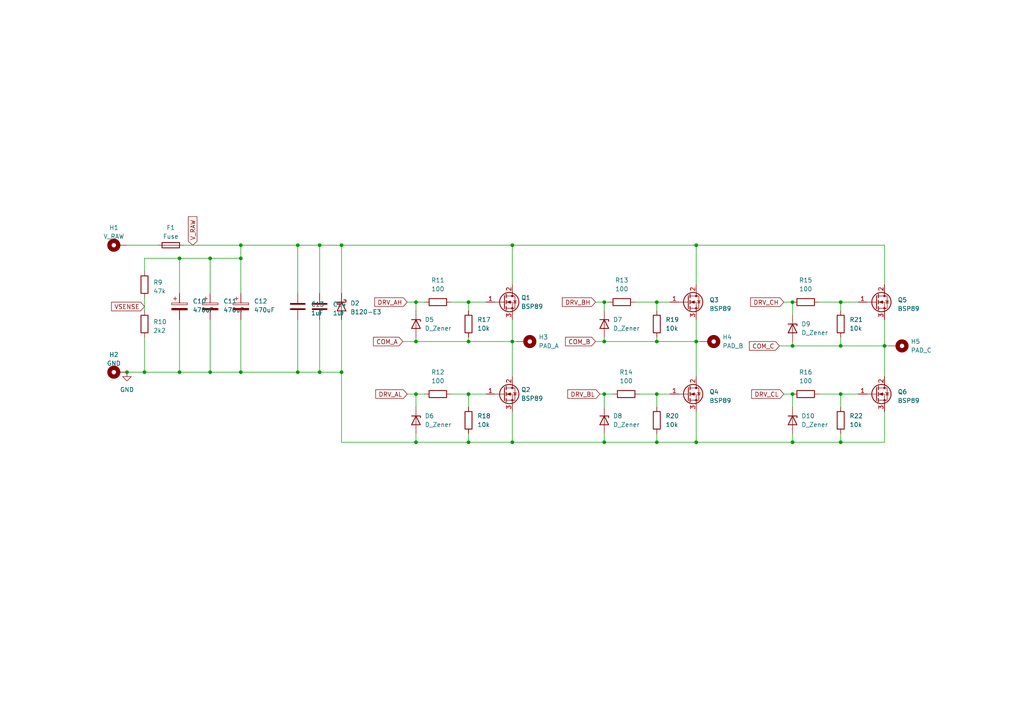
<source format=kicad_sch>
(kicad_sch (version 20230121) (generator eeschema)
  (paper "A4")
  (lib_symbols
    (symbol "Device:C" (pin_numbers hide) (pin_names (offset 0.254))
      (property "Reference" "C" (at 0.635 2.54 0))
      (property "Value" "C" (at 0.635 -2.54 0))
      (symbol "C_0_1"
        (polyline (pts (xy -2.032 -0.762) (xy 2.032 -0.762)) (stroke (width 0.508)))
        (polyline (pts (xy -2.032 0.762) (xy 2.032 0.762)) (stroke (width 0.508)))
      )
      (symbol "C_1_1"
        (pin passive line (at 0 3.81 270) (length 2.794) (name "~") (number "1"))
        (pin passive line (at 0 -3.81 90) (length 2.794) (name "~") (number "2"))
      )
    )
    (symbol "Device:C_Polarized" (pin_numbers hide) (pin_names (offset 0.254))
      (property "Reference" "C" (at 0.635 2.54 0))
      (property "Value" "C_Polarized" (at 0.635 -2.54 0))
      (symbol "C_Polarized_0_1"
        (rectangle (start -2.286 0.508) (end 2.286 1.016))
        (polyline (pts (xy -1.778 2.286) (xy -0.762 2.286)))
        (polyline (pts (xy -1.27 2.794) (xy -1.27 1.778)))
        (rectangle (start 2.286 -0.508) (end -2.286 -1.016) (fill (type outline)))
      )
      (symbol "C_Polarized_1_1"
        (pin passive line (at 0 3.81 270) (length 2.794) (name "~") (number "1"))
        (pin passive line (at 0 -3.81 90) (length 2.794) (name "~") (number "2"))
      )
    )
    (symbol "Device:D_Zener" (pin_numbers hide) (pin_names (offset 1.016) hide)
      (property "Reference" "D" (at 0 2.54 0))
      (property "Value" "D_Zener" (at 0 -2.54 0))
      (symbol "D_Zener_0_1"
        (polyline (pts (xy 1.27 0) (xy -1.27 0)))
        (polyline (pts (xy -1.27 -1.27) (xy -1.27 1.27) (xy -0.762 1.27)) (stroke (width 0.254)))
        (polyline (pts (xy 1.27 -1.27) (xy 1.27 1.27) (xy -1.27 0) (xy 1.27 -1.27)) (stroke (width 0.254)))
      )
      (symbol "D_Zener_1_1"
        (pin passive line (at -3.81 0 0) (length 2.54) (name "K") (number "1"))
        (pin passive line (at 3.81 0 180) (length 2.54) (name "A") (number "2"))
      )
    )
    (symbol "Device:Fuse" (pin_numbers hide) (pin_names (offset 0))
      (property "Reference" "F" (at 2.032 0 90))
      (property "Value" "Fuse" (at -1.905 0 90))
      (symbol "Fuse_0_1"
        (rectangle (start -0.762 -2.54) (end 0.762 2.54) (stroke (width 0.254)))
        (polyline (pts (xy 0 2.54) (xy 0 -2.54)))
      )
      (symbol "Fuse_1_1"
        (pin passive line (at 0 3.81 270) (length 1.27) (name "~") (number "1"))
        (pin passive line (at 0 -3.81 90) (length 1.27) (name "~") (number "2"))
      )
    )
    (symbol "Device:R" (pin_numbers hide) (pin_names (offset 0))
      (property "Reference" "R" (at 2.032 0 90))
      (property "Value" "R" (at 0 0 90))
      (symbol "R_0_1"
        (rectangle (start -1.016 -2.54) (end 1.016 2.54) (stroke (width 0.254)))
      )
      (symbol "R_1_1"
        (pin passive line (at 0 3.81 270) (length 1.27) (name "~") (number "1"))
        (pin passive line (at 0 -3.81 90) (length 1.27) (name "~") (number "2"))
      )
    )
    (symbol "Diode:B120-E3" (pin_numbers hide) (pin_names hide)
      (property "Reference" "D" (at 0 2.54 0))
      (property "Value" "B120-E3" (at 0 -2.54 0))
      (symbol "B120-E3_0_1"
        (polyline (pts (xy 1.27 0) (xy -1.27 0)))
        (polyline (pts (xy 1.27 1.27) (xy 1.27 -1.27) (xy -1.27 0) (xy 1.27 1.27)) (stroke (width 0.254)))
        (polyline (pts (xy -1.905 0.635) (xy -1.905 1.27) (xy -1.27 1.27) (xy -1.27 -1.27) (xy -0.635 -1.27) (xy -0.635 -0.635)) (stroke (width 0.254)))
      )
      (symbol "B120-E3_1_1"
        (pin passive line (at -3.81 0 0) (length 2.54) (name "K") (number "1"))
        (pin passive line (at 3.81 0 180) (length 2.54) (name "A") (number "2"))
      )
    )
    (symbol "Mechanical:MountingHole_Pad" (pin_numbers hide) (pin_names (offset 1.016) hide)
      (property "Reference" "H" (at 0 6.35 0))
      (property "Value" "MountingHole_Pad" (at 0 4.445 0))
      (symbol "MountingHole_Pad_0_1"
        (circle (center 0 1.27) (radius 1.27) (stroke (width 1.27)))
      )
      (symbol "MountingHole_Pad_1_1"
        (pin input line (at 0 -2.54 90) (length 2.54) (name "1") (number "1"))
      )
    )
    (symbol "Transistor_FET:BSP89" (pin_names hide)
      (property "Reference" "Q" (at 5.08 1.905 0))
      (property "Value" "BSP89" (at 5.08 0 0))
      (symbol "BSP89_0_1"
        (polyline (pts (xy 0.254 0) (xy -2.54 0)))
        (polyline (pts (xy 0.254 1.905) (xy 0.254 -1.905)) (stroke (width 0.254)))
        (polyline (pts (xy 0.762 -1.27) (xy 0.762 -2.286)) (stroke (width 0.254)))
        (polyline (pts (xy 0.762 0.508) (xy 0.762 -0.508)) (stroke (width 0.254)))
        (polyline (pts (xy 0.762 2.286) (xy 0.762 1.27)) (stroke (width 0.254)))
        (polyline (pts (xy 2.54 2.54) (xy 2.54 1.778)))
        (polyline (pts (xy 2.54 -2.54) (xy 2.54 0) (xy 0.762 0)))
        (polyline (pts (xy 0.762 -1.778) (xy 3.302 -1.778) (xy 3.302 1.778) (xy 0.762 1.778)))
        (polyline (pts (xy 1.016 0) (xy 2.032 0.381) (xy 2.032 -0.381) (xy 1.016 0)) (fill (type outline)))
        (polyline (pts (xy 2.794 0.508) (xy 2.921 0.381) (xy 3.683 0.381) (xy 3.81 0.254)))
        (polyline (pts (xy 3.302 0.381) (xy 2.921 -0.254) (xy 3.683 -0.254) (xy 3.302 0.381)))
        (circle (center 1.651 0) (radius 2.794) (stroke (width 0.254)))
        (circle (center 2.54 -1.778) (radius 0.254) (fill (type outline)))
        (circle (center 2.54 1.778) (radius 0.254) (fill (type outline)))
      )
      (symbol "BSP89_1_1"
        (pin input line (at -5.08 0 0) (length 2.54) (name "G") (number "1"))
        (pin passive line (at 2.54 5.08 270) (length 2.54) (name "D") (number "2"))
        (pin passive line (at 2.54 -5.08 90) (length 2.54) (name "S") (number "3"))
      )
    )
    (symbol "power:GND" (power) (pin_names (offset 0))
      (property "Value" "GND" (at 0 -3.81 0))
      (symbol "GND_0_1"
        (polyline (pts (xy 0 0) (xy 0 -1.27) (xy 1.27 -1.27) (xy 0 -2.54) (xy -1.27 -1.27) (xy 0 -1.27)))
      )
      (symbol "GND_1_1"
        (pin power_in line (at 0 0 270) (length 0) hide (name "GND") (number "1"))
      )
    )
  )
  (junction (at 190.5 128.27))
  (junction (at 92.71 71.12))
  (junction (at 92.71 107.95))
  (junction (at 36.83 107.95))
  (junction (at 229.87 100.33))
  (junction (at 256.54 100.33))
  (junction (at 201.93 99.06))
  (junction (at 60.96 107.95))
  (junction (at 120.65 114.3))
  (junction (at 148.59 128.27))
  (junction (at 69.85 107.95))
  (junction (at 175.26 128.27))
  (junction (at 135.89 114.3))
  (junction (at 175.26 87.63))
  (junction (at 201.93 128.27))
  (junction (at 120.65 128.27))
  (junction (at 243.84 87.63))
  (junction (at 135.89 87.63))
  (junction (at 99.06 107.95))
  (junction (at 69.85 74.93))
  (junction (at 148.59 99.06))
  (junction (at 148.59 71.12))
  (junction (at 243.84 100.33))
  (junction (at 243.84 128.27))
  (junction (at 201.93 71.12))
  (junction (at 175.26 114.3))
  (junction (at 135.89 99.06))
  (junction (at 99.06 71.12))
  (junction (at 86.36 71.12))
  (junction (at 60.96 74.93))
  (junction (at 190.5 99.06))
  (junction (at 229.87 114.3))
  (junction (at 69.85 71.12))
  (junction (at 135.89 128.27))
  (junction (at 175.26 99.06))
  (junction (at 41.91 107.95))
  (junction (at 243.84 114.3))
  (junction (at 120.65 87.63))
  (junction (at 229.87 87.63))
  (junction (at 52.07 107.95))
  (junction (at 229.87 128.27))
  (junction (at 190.5 114.3))
  (junction (at 86.36 107.95))
  (junction (at 190.5 87.63))
  (junction (at 120.65 99.06))
  (junction (at 52.07 74.93))
  (wire (pts (xy 52.07 92.71) (xy 52.07 107.95)))
  (wire (pts (xy 135.89 99.06) (xy 148.59 99.06)))
  (wire (pts (xy 86.36 85.09) (xy 86.36 71.12)))
  (wire (pts (xy 130.81 114.3) (xy 135.89 114.3)))
  (wire (pts (xy 185.42 114.3) (xy 190.5 114.3)))
  (wire (pts (xy 229.87 99.06) (xy 229.87 100.33)))
  (wire (pts (xy 120.65 114.3) (xy 120.65 118.11)))
  (wire (pts (xy 120.65 125.73) (xy 120.65 128.27)))
  (wire (pts (xy 175.26 99.06) (xy 190.5 99.06)))
  (wire (pts (xy 243.84 125.73) (xy 243.84 128.27)))
  (wire (pts (xy 148.59 99.06) (xy 148.59 109.22)))
  (wire (pts (xy 201.93 92.71) (xy 201.93 99.06)))
  (wire (pts (xy 256.54 100.33) (xy 256.54 109.22)))
  (wire (pts (xy 99.06 92.71) (xy 99.06 107.95)))
  (wire (pts (xy 227.33 87.63) (xy 229.87 87.63)))
  (wire (pts (xy 243.84 87.63) (xy 243.84 90.17)))
  (wire (pts (xy 69.85 71.12) (xy 69.85 74.93)))
  (wire (pts (xy 120.65 114.3) (xy 123.19 114.3)))
  (wire (pts (xy 148.59 128.27) (xy 175.26 128.27)))
  (wire (pts (xy 99.06 128.27) (xy 120.65 128.27)))
  (wire (pts (xy 243.84 87.63) (xy 248.92 87.63)))
  (wire (pts (xy 99.06 128.27) (xy 99.06 107.95)))
  (wire (pts (xy 243.84 114.3) (xy 248.92 114.3)))
  (wire (pts (xy 41.91 97.79) (xy 41.91 107.95)))
  (wire (pts (xy 41.91 107.95) (xy 36.83 107.95)))
  (wire (pts (xy 60.96 107.95) (xy 69.85 107.95)))
  (wire (pts (xy 201.93 71.12) (xy 201.93 82.55)))
  (wire (pts (xy 120.65 87.63) (xy 123.19 87.63)))
  (wire (pts (xy 41.91 74.93) (xy 41.91 78.74)))
  (wire (pts (xy 256.54 82.55) (xy 256.54 71.12)))
  (wire (pts (xy 135.89 87.63) (xy 135.89 90.17)))
  (wire (pts (xy 173.99 114.3) (xy 175.26 114.3)))
  (wire (pts (xy 149.86 99.06) (xy 148.59 99.06)))
  (wire (pts (xy 69.85 92.71) (xy 69.85 107.95)))
  (wire (pts (xy 201.93 119.38) (xy 201.93 128.27)))
  (wire (pts (xy 229.87 114.3) (xy 229.87 118.11)))
  (wire (pts (xy 201.93 128.27) (xy 229.87 128.27)))
  (wire (pts (xy 226.06 100.33) (xy 229.87 100.33)))
  (wire (pts (xy 175.26 97.79) (xy 175.26 99.06)))
  (wire (pts (xy 175.26 114.3) (xy 175.26 118.11)))
  (wire (pts (xy 257.81 100.33) (xy 256.54 100.33)))
  (wire (pts (xy 175.26 114.3) (xy 177.8 114.3)))
  (wire (pts (xy 190.5 114.3) (xy 190.5 118.11)))
  (wire (pts (xy 148.59 71.12) (xy 201.93 71.12)))
  (wire (pts (xy 120.65 128.27) (xy 135.89 128.27)))
  (wire (pts (xy 92.71 92.71) (xy 92.71 107.95)))
  (wire (pts (xy 86.36 92.71) (xy 86.36 107.95)))
  (wire (pts (xy 172.72 99.06) (xy 175.26 99.06)))
  (wire (pts (xy 86.36 71.12) (xy 92.71 71.12)))
  (wire (pts (xy 41.91 86.36) (xy 41.91 90.17)))
  (wire (pts (xy 135.89 97.79) (xy 135.89 99.06)))
  (wire (pts (xy 69.85 71.12) (xy 86.36 71.12)))
  (wire (pts (xy 120.65 87.63) (xy 120.65 90.17)))
  (wire (pts (xy 135.89 114.3) (xy 135.89 118.11)))
  (wire (pts (xy 135.89 125.73) (xy 135.89 128.27)))
  (wire (pts (xy 175.26 128.27) (xy 190.5 128.27)))
  (wire (pts (xy 148.59 92.71) (xy 148.59 99.06)))
  (wire (pts (xy 60.96 74.93) (xy 52.07 74.93)))
  (wire (pts (xy 172.72 87.63) (xy 175.26 87.63)))
  (wire (pts (xy 60.96 92.71) (xy 60.96 107.95)))
  (wire (pts (xy 243.84 97.79) (xy 243.84 100.33)))
  (wire (pts (xy 99.06 107.95) (xy 92.71 107.95)))
  (wire (pts (xy 148.59 71.12) (xy 99.06 71.12)))
  (wire (pts (xy 60.96 74.93) (xy 60.96 85.09)))
  (wire (pts (xy 53.34 71.12) (xy 69.85 71.12)))
  (wire (pts (xy 256.54 119.38) (xy 256.54 128.27)))
  (wire (pts (xy 120.65 99.06) (xy 135.89 99.06)))
  (wire (pts (xy 175.26 87.63) (xy 176.53 87.63)))
  (wire (pts (xy 69.85 74.93) (xy 69.85 85.09)))
  (wire (pts (xy 148.59 71.12) (xy 148.59 82.55)))
  (wire (pts (xy 184.15 87.63) (xy 190.5 87.63)))
  (wire (pts (xy 190.5 87.63) (xy 194.31 87.63)))
  (wire (pts (xy 229.87 125.73) (xy 229.87 128.27)))
  (wire (pts (xy 86.36 107.95) (xy 92.71 107.95)))
  (wire (pts (xy 203.2 99.06) (xy 201.93 99.06)))
  (wire (pts (xy 36.83 71.12) (xy 45.72 71.12)))
  (wire (pts (xy 52.07 74.93) (xy 41.91 74.93)))
  (wire (pts (xy 135.89 114.3) (xy 140.97 114.3)))
  (wire (pts (xy 243.84 114.3) (xy 243.84 118.11)))
  (wire (pts (xy 135.89 128.27) (xy 148.59 128.27)))
  (wire (pts (xy 243.84 128.27) (xy 256.54 128.27)))
  (wire (pts (xy 190.5 97.79) (xy 190.5 99.06)))
  (wire (pts (xy 60.96 107.95) (xy 52.07 107.95)))
  (wire (pts (xy 237.49 114.3) (xy 243.84 114.3)))
  (wire (pts (xy 229.87 100.33) (xy 243.84 100.33)))
  (wire (pts (xy 190.5 128.27) (xy 201.93 128.27)))
  (wire (pts (xy 116.84 99.06) (xy 120.65 99.06)))
  (wire (pts (xy 229.87 128.27) (xy 243.84 128.27)))
  (wire (pts (xy 229.87 87.63) (xy 229.87 91.44)))
  (wire (pts (xy 237.49 87.63) (xy 243.84 87.63)))
  (wire (pts (xy 175.26 87.63) (xy 175.26 90.17)))
  (wire (pts (xy 118.11 87.63) (xy 120.65 87.63)))
  (wire (pts (xy 135.89 87.63) (xy 140.97 87.63)))
  (wire (pts (xy 52.07 107.95) (xy 41.91 107.95)))
  (wire (pts (xy 118.11 114.3) (xy 120.65 114.3)))
  (wire (pts (xy 256.54 71.12) (xy 201.93 71.12)))
  (wire (pts (xy 99.06 85.09) (xy 99.06 71.12)))
  (wire (pts (xy 69.85 74.93) (xy 60.96 74.93)))
  (wire (pts (xy 92.71 85.09) (xy 92.71 71.12)))
  (wire (pts (xy 92.71 71.12) (xy 99.06 71.12)))
  (wire (pts (xy 190.5 125.73) (xy 190.5 128.27)))
  (wire (pts (xy 148.59 119.38) (xy 148.59 128.27)))
  (wire (pts (xy 243.84 100.33) (xy 256.54 100.33)))
  (wire (pts (xy 130.81 87.63) (xy 135.89 87.63)))
  (wire (pts (xy 52.07 74.93) (xy 52.07 85.09)))
  (wire (pts (xy 190.5 114.3) (xy 194.31 114.3)))
  (wire (pts (xy 227.33 114.3) (xy 229.87 114.3)))
  (wire (pts (xy 256.54 92.71) (xy 256.54 100.33)))
  (wire (pts (xy 190.5 99.06) (xy 201.93 99.06)))
  (wire (pts (xy 69.85 107.95) (xy 86.36 107.95)))
  (wire (pts (xy 190.5 87.63) (xy 190.5 90.17)))
  (wire (pts (xy 201.93 99.06) (xy 201.93 109.22)))
  (wire (pts (xy 175.26 125.73) (xy 175.26 128.27)))
  (wire (pts (xy 120.65 97.79) (xy 120.65 99.06)))
  (global_label "DRV_BL" (shape input) (at 173.99 114.3 180) (property "Intersheetrefs" "${INTERSHEET_REFS}" (effects hide)))
  (global_label "COM_B" (shape input) (at 172.72 99.06 180) (property "Intersheetrefs" "${INTERSHEET_REFS}" (effects hide)))
  (global_label "COM_C" (shape input) (at 226.06 100.33 180) (property "Intersheetrefs" "${INTERSHEET_REFS}" (effects hide)))
  (global_label "DRV_AL" (shape input) (at 118.11 114.3 180) (property "Intersheetrefs" "${INTERSHEET_REFS}" (effects hide)))
  (global_label "DRV_CH" (shape input) (at 227.33 87.63 180) (property "Intersheetrefs" "${INTERSHEET_REFS}" (effects hide)))
  (global_label "DRV_AH" (shape input) (at 118.11 87.63 180) (property "Intersheetrefs" "${INTERSHEET_REFS}" (effects hide)))
  (global_label "V_RAW" (shape input) (at 55.88 71.12 90) (property "Intersheetrefs" "${INTERSHEET_REFS}" (effects hide)))
  (global_label "DRV_BH" (shape input) (at 172.72 87.63 180) (property "Intersheetrefs" "${INTERSHEET_REFS}" (effects hide)))
  (global_label "VSENSE" (shape input) (at 41.91 88.9 180) (property "Intersheetrefs" "${INTERSHEET_REFS}" (effects hide)))
  (global_label "COM_A" (shape input) (at 116.84 99.06 180) (property "Intersheetrefs" "${INTERSHEET_REFS}" (effects hide)))
  (global_label "DRV_CL" (shape input) (at 227.33 114.3 180) (property "Intersheetrefs" "${INTERSHEET_REFS}" (effects hide)))
  (symbol (lib_id "Device:R") (at 41.91 93.98 0) (unit 1)
    (property "Reference" "R10" (at 44.45 93.345 0) (effects (justify left)))
    (property "Value" "2k2" (at 44.45 95.885 0) (effects (justify left)))
    (property "Footprint" "Resistor_THT:R_Axial_DIN0411_L9.9mm_D3.6mm_P15.24mm_Horizontal" (effects hide))
  )
  (symbol (lib_id "Device:C") (at 86.36 88.9 0) (unit 1)
    (property "Reference" "C13" (at 90.17 88.265 0) (effects (justify left)))
    (property "Value" "1uF" (at 90.17 90.805 0) (effects (justify left)))
    (property "Footprint" "Capacitor_THT:CP_Radial_Tantal_D5.5mm_P5.00mm" (effects hide))
  )
  (symbol (lib_id "Device:C") (at 92.71 88.9 0) (unit 1)
    (property "Reference" "C14" (at 96.52 88.265 0) (effects (justify left)))
    (property "Value" "1uF" (at 96.52 90.805 0) (effects (justify left)))
    (property "Footprint" "Capacitor_THT:CP_Radial_Tantal_D5.5mm_P5.00mm" (effects hide))
  )
  (symbol (lib_id "Device:D_Zener") (at 229.87 121.92 270) (unit 1)
    (property "Reference" "D10" (at 232.41 120.65 90) (effects (justify left)))
    (property "Value" "D_Zener" (at 232.41 123.19 90) (effects (justify left)))
    (property "Footprint" "Diode_THT:D_5W_P12.70mm_Horizontal" (effects hide))
  )
  (symbol (lib_id "Mechanical:MountingHole_Pad") (at 152.4 99.06 270) (unit 1)
    (property "Reference" "H3" (at 156.21 97.79 90) (effects (justify left)))
    (property "Value" "PAD_A" (at 156.21 100.33 90) (effects (justify left)))
    (property "Footprint" "Connector_Wire:SolderWirePad_1x01_SMD_5x10mm" (effects hide))
  )
  (symbol (lib_id "Device:C_Polarized") (at 60.96 88.9 0) (unit 1)
    (property "Reference" "C11" (at 64.77 87.376 0) (effects (justify left)))
    (property "Value" "470uF" (at 64.77 89.916 0) (effects (justify left)))
    (property "Footprint" "Capacitor_THT:CP_Radial_D17.0mm_P7.50mm" (effects hide))
  )
  (symbol (lib_id "Device:R") (at 180.34 87.63 90) (unit 1)
    (property "Reference" "R13" (at 180.34 81.28 90))
    (property "Value" "100" (at 180.34 83.82 90))
    (property "Footprint" "Resistor_THT:R_Axial_DIN0411_L9.9mm_D3.6mm_P15.24mm_Horizontal" (effects hide))
  )
  (symbol (lib_id "Device:R") (at 135.89 121.92 180) (unit 1)
    (property "Reference" "R18" (at 138.43 120.65 0) (effects (justify right)))
    (property "Value" "10k" (at 138.43 123.19 0) (effects (justify right)))
    (property "Footprint" "Resistor_THT:R_Axial_DIN0411_L9.9mm_D3.6mm_P15.24mm_Horizontal" (effects hide))
  )
  (symbol (lib_id "Device:D_Zener") (at 175.26 121.92 270) (unit 1)
    (property "Reference" "D8" (at 177.8 120.65 90) (effects (justify left)))
    (property "Value" "D_Zener" (at 177.8 123.19 90) (effects (justify left)))
    (property "Footprint" "Diode_THT:D_5W_P12.70mm_Horizontal" (effects hide))
  )
  (symbol (lib_id "Device:R") (at 127 87.63 90) (unit 1)
    (property "Reference" "R11" (at 127 81.28 90))
    (property "Value" "100" (at 127 83.82 90))
    (property "Footprint" "Resistor_THT:R_Axial_DIN0411_L9.9mm_D3.6mm_P15.24mm_Horizontal" (effects hide))
  )
  (symbol (lib_id "Device:D_Zener") (at 120.65 93.98 270) (unit 1)
    (property "Reference" "D5" (at 123.19 92.71 90) (effects (justify left)))
    (property "Value" "D_Zener" (at 123.19 95.25 90) (effects (justify left)))
    (property "Footprint" "Diode_THT:D_5W_P12.70mm_Horizontal" (effects hide))
  )
  (symbol (lib_id "Device:R") (at 190.5 93.98 180) (unit 1)
    (property "Reference" "R19" (at 193.04 92.71 0) (effects (justify right)))
    (property "Value" "10k" (at 193.04 95.25 0) (effects (justify right)))
    (property "Footprint" "Resistor_THT:R_Axial_DIN0411_L9.9mm_D3.6mm_P15.24mm_Horizontal" (effects hide))
  )
  (symbol (lib_id "Mechanical:MountingHole_Pad") (at 34.29 107.95 90) (unit 1)
    (property "Reference" "H2" (at 33.02 102.87 90))
    (property "Value" "GND" (at 33.02 105.41 90))
    (property "Footprint" "Connector_Wire:SolderWirePad_1x01_SMD_5x10mm" (effects hide))
  )
  (symbol (lib_id "Device:D_Zener") (at 120.65 121.92 270) (unit 1)
    (property "Reference" "D6" (at 123.19 120.65 90) (effects (justify left)))
    (property "Value" "D_Zener" (at 123.19 123.19 90) (effects (justify left)))
    (property "Footprint" "Diode_THT:D_5W_P12.70mm_Horizontal" (effects hide))
  )
  (symbol (lib_id "Mechanical:MountingHole_Pad") (at 34.29 71.12 90) (unit 1)
    (property "Reference" "H1" (at 33.02 66.04 90))
    (property "Value" "V_RAW" (at 33.02 68.58 90))
    (property "Footprint" "Connector_Wire:SolderWirePad_1x01_SMD_5x10mm" (effects hide))
  )
  (symbol (lib_id "Device:C_Polarized") (at 69.85 88.9 0) (unit 1)
    (property "Reference" "C12" (at 73.66 87.376 0) (effects (justify left)))
    (property "Value" "470uF" (at 73.66 89.916 0) (effects (justify left)))
    (property "Footprint" "Capacitor_THT:CP_Radial_D17.0mm_P7.50mm" (effects hide))
  )
  (symbol (lib_id "Device:R") (at 135.89 93.98 180) (unit 1)
    (property "Reference" "R17" (at 138.43 92.71 0) (effects (justify right)))
    (property "Value" "10k" (at 138.43 95.25 0) (effects (justify right)))
    (property "Footprint" "Resistor_THT:R_Axial_DIN0411_L9.9mm_D3.6mm_P15.24mm_Horizontal" (effects hide))
  )
  (symbol (lib_id "Device:Fuse") (at 49.53 71.12 90) (unit 1)
    (property "Reference" "F1" (at 49.53 66.04 90))
    (property "Value" "Fuse" (at 49.53 68.58 90))
    (property "Footprint" "Fuse:Fuse_Blade_ATO_directSolder" (effects hide))
  )
  (symbol (lib_id "Device:R") (at 233.68 114.3 90) (unit 1)
    (property "Reference" "R16" (at 233.68 107.95 90))
    (property "Value" "100" (at 233.68 110.49 90))
    (property "Footprint" "Resistor_THT:R_Axial_DIN0411_L9.9mm_D3.6mm_P15.24mm_Horizontal" (effects hide))
  )
  (symbol (lib_id "Transistor_FET:BSP89") (at 146.05 114.3 0) (unit 1)
    (property "Reference" "Q2" (at 151.13 113.03 0) (effects (justify left)))
    (property "Value" "BSP89" (at 151.13 115.57 0) (effects (justify left)))
    (property "Footprint" "Package_TO_SOT_THT:TO-220-3_Vertical" (effects hide))
    (property "Datasheet" "https://www.infineon.com/dgdl/Infineon-BSP89-DS-v02_02-en.pdf?fileId=db3a30433b47825b013b4b8a07f90d55" (effects hide))
  )
  (symbol (lib_id "Device:R") (at 41.91 82.55 0) (unit 1)
    (property "Reference" "R9" (at 44.45 81.915 0) (effects (justify left)))
    (property "Value" "47k" (at 44.45 84.455 0) (effects (justify left)))
    (property "Footprint" "Resistor_THT:R_Axial_DIN0411_L9.9mm_D3.6mm_P15.24mm_Horizontal" (effects hide))
  )
  (symbol (lib_id "Device:R") (at 127 114.3 90) (unit 1)
    (property "Reference" "R12" (at 127 107.95 90))
    (property "Value" "100" (at 127 110.49 90))
    (property "Footprint" "Resistor_THT:R_Axial_DIN0411_L9.9mm_D3.6mm_P15.24mm_Horizontal" (effects hide))
  )
  (symbol (lib_id "Transistor_FET:BSP89") (at 254 114.3 0) (unit 1)
    (property "Reference" "Q6" (at 260.35 113.665 0) (effects (justify left)))
    (property "Value" "BSP89" (at 260.35 116.205 0) (effects (justify left)))
    (property "Footprint" "Package_TO_SOT_THT:TO-220-3_Vertical" (effects hide))
    (property "Datasheet" "https://www.infineon.com/dgdl/Infineon-BSP89-DS-v02_02-en.pdf?fileId=db3a30433b47825b013b4b8a07f90d55" (effects hide))
  )
  (symbol (lib_id "Diode:B120-E3") (at 99.06 88.9 270) (unit 1)
    (property "Reference" "D2" (at 101.6 87.9475 90) (effects (justify left)))
    (property "Value" "B120-E3" (at 101.6 90.4875 90) (effects (justify left)))
    (property "Footprint" "Diode_THT:D_A-405_P10.16mm_Horizontal" (effects hide))
    (property "Datasheet" "http://www.vishay.com/docs/88946/b120.pdf" (effects hide))
  )
  (symbol (lib_id "Device:D_Zener") (at 229.87 95.25 270) (unit 1)
    (property "Reference" "D9" (at 232.41 93.98 90) (effects (justify left)))
    (property "Value" "D_Zener" (at 232.41 96.52 90) (effects (justify left)))
    (property "Footprint" "Diode_THT:D_5W_P12.70mm_Horizontal" (effects hide))
  )
  (symbol (lib_id "Transistor_FET:BSP89") (at 199.39 114.3 0) (unit 1)
    (property "Reference" "Q4" (at 205.74 113.665 0) (effects (justify left)))
    (property "Value" "BSP89" (at 205.74 116.205 0) (effects (justify left)))
    (property "Footprint" "Package_TO_SOT_THT:TO-220-3_Vertical" (effects hide))
    (property "Datasheet" "https://www.infineon.com/dgdl/Infineon-BSP89-DS-v02_02-en.pdf?fileId=db3a30433b47825b013b4b8a07f90d55" (effects hide))
  )
  (symbol (lib_id "Mechanical:MountingHole_Pad") (at 260.35 100.33 270) (unit 1)
    (property "Reference" "H5" (at 264.16 99.06 90) (effects (justify left)))
    (property "Value" "PAD_C" (at 264.16 101.6 90) (effects (justify left)))
    (property "Footprint" "Connector_Wire:SolderWirePad_1x01_SMD_5x10mm" (effects hide))
  )
  (symbol (lib_id "Device:C_Polarized") (at 52.07 88.9 0) (unit 1)
    (property "Reference" "C10" (at 55.88 87.376 0) (effects (justify left)))
    (property "Value" "470uF" (at 55.88 89.916 0) (effects (justify left)))
    (property "Footprint" "Capacitor_THT:CP_Radial_D17.0mm_P7.50mm" (effects hide))
  )
  (symbol (lib_id "Transistor_FET:BSP89") (at 199.39 87.63 0) (unit 1)
    (property "Reference" "Q3" (at 205.74 86.995 0) (effects (justify left)))
    (property "Value" "BSP89" (at 205.74 89.535 0) (effects (justify left)))
    (property "Footprint" "Package_TO_SOT_THT:TO-220-3_Vertical" (effects hide))
    (property "Datasheet" "https://www.infineon.com/dgdl/Infineon-BSP89-DS-v02_02-en.pdf?fileId=db3a30433b47825b013b4b8a07f90d55" (effects hide))
  )
  (symbol (lib_id "Device:R") (at 181.61 114.3 90) (unit 1)
    (property "Reference" "R14" (at 181.61 107.95 90))
    (property "Value" "100" (at 181.61 110.49 90))
    (property "Footprint" "Resistor_THT:R_Axial_DIN0411_L9.9mm_D3.6mm_P15.24mm_Horizontal" (effects hide))
  )
  (symbol (lib_id "power:GND") (at 36.83 107.95 0) (unit 1)
    (property "Reference" "#PWR013" (effects hide))
    (property "Value" "GND" (at 36.83 113.03 0))
  )
  (symbol (lib_id "Transistor_FET:BSP89") (at 254 87.63 0) (unit 1)
    (property "Reference" "Q5" (at 260.35 86.995 0) (effects (justify left)))
    (property "Value" "BSP89" (at 260.35 89.535 0) (effects (justify left)))
    (property "Footprint" "Package_TO_SOT_THT:TO-220-3_Vertical" (effects hide))
    (property "Datasheet" "https://www.infineon.com/dgdl/Infineon-BSP89-DS-v02_02-en.pdf?fileId=db3a30433b47825b013b4b8a07f90d55" (effects hide))
  )
  (symbol (lib_id "Device:D_Zener") (at 175.26 93.98 270) (unit 1)
    (property "Reference" "D7" (at 177.8 92.71 90) (effects (justify left)))
    (property "Value" "D_Zener" (at 177.8 95.25 90) (effects (justify left)))
    (property "Footprint" "Diode_THT:D_5W_P12.70mm_Horizontal" (effects hide))
  )
  (symbol (lib_id "Device:R") (at 233.68 87.63 90) (unit 1)
    (property "Reference" "R15" (at 233.68 81.28 90))
    (property "Value" "100" (at 233.68 83.82 90))
    (property "Footprint" "Resistor_THT:R_Axial_DIN0411_L9.9mm_D3.6mm_P15.24mm_Horizontal" (effects hide))
  )
  (symbol (lib_id "Device:R") (at 243.84 93.98 180) (unit 1)
    (property "Reference" "R21" (at 246.38 92.71 0) (effects (justify right)))
    (property "Value" "10k" (at 246.38 95.25 0) (effects (justify right)))
    (property "Footprint" "Resistor_THT:R_Axial_DIN0411_L9.9mm_D3.6mm_P15.24mm_Horizontal" (effects hide))
  )
  (symbol (lib_id "Device:R") (at 190.5 121.92 180) (unit 1)
    (property "Reference" "R20" (at 193.04 120.65 0) (effects (justify right)))
    (property "Value" "10k" (at 193.04 123.19 0) (effects (justify right)))
    (property "Footprint" "Resistor_THT:R_Axial_DIN0411_L9.9mm_D3.6mm_P15.24mm_Horizontal" (effects hide))
  )
  (symbol (lib_id "Mechanical:MountingHole_Pad") (at 205.74 99.06 270) (unit 1)
    (property "Reference" "H4" (at 209.55 97.79 90) (effects (justify left)))
    (property "Value" "PAD_B" (at 209.55 100.33 90) (effects (justify left)))
    (property "Footprint" "Connector_Wire:SolderWirePad_1x01_SMD_5x10mm" (effects hide))
  )
  (symbol (lib_id "Transistor_FET:BSP89") (at 146.05 87.63 0) (unit 1)
    (property "Reference" "Q1" (at 151.13 86.36 0) (effects (justify left)))
    (property "Value" "BSP89" (at 151.13 88.9 0) (effects (justify left)))
    (property "Footprint" "Package_TO_SOT_THT:TO-220-3_Vertical" (effects hide))
    (property "Datasheet" "https://www.infineon.com/dgdl/Infineon-BSP89-DS-v02_02-en.pdf?fileId=db3a30433b47825b013b4b8a07f90d55" (effects hide))
  )
  (symbol (lib_id "Device:R") (at 243.84 121.92 180) (unit 1)
    (property "Reference" "R22" (at 246.38 120.65 0) (effects (justify right)))
    (property "Value" "10k" (at 246.38 123.19 0) (effects (justify right)))
    (property "Footprint" "Resistor_THT:R_Axial_DIN0411_L9.9mm_D3.6mm_P15.24mm_Horizontal" (effects hide))
  )
)
</source>
